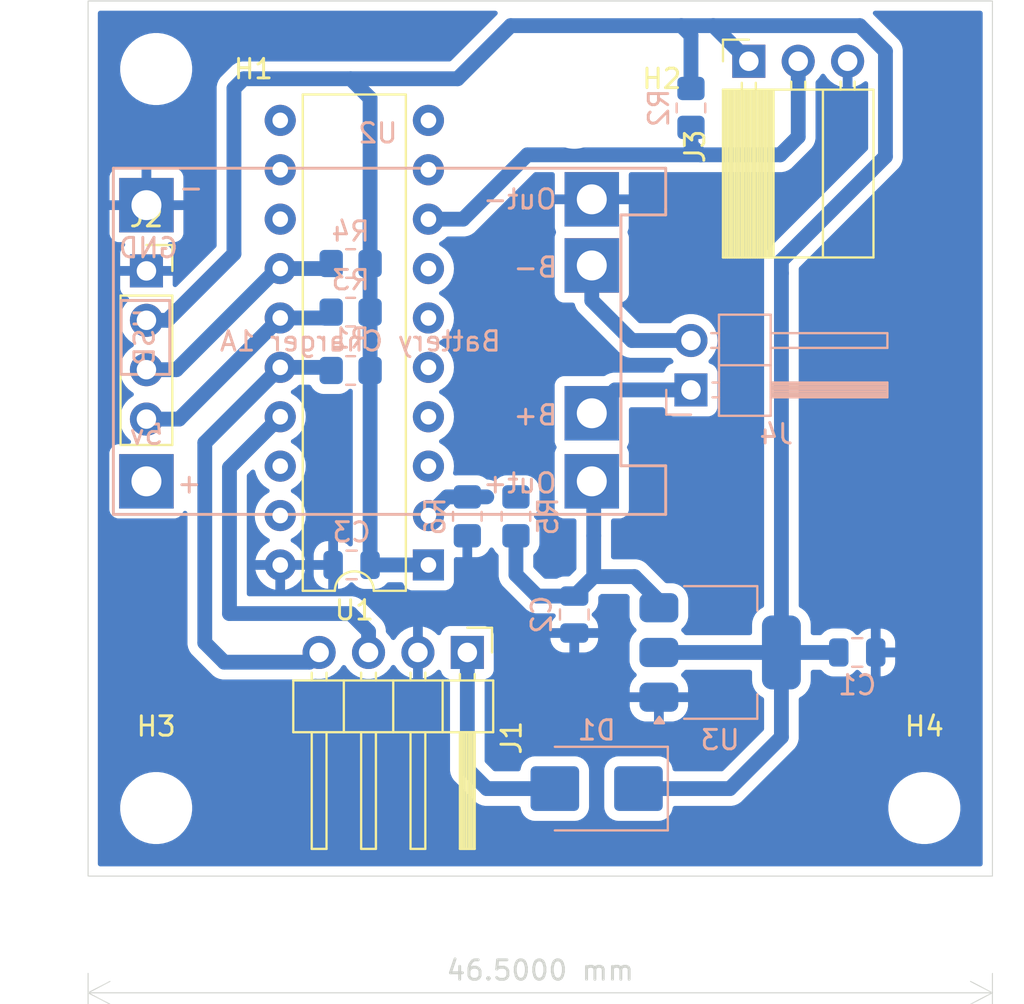
<source format=kicad_pcb>
(kicad_pcb (version 20240108) (generator "pcbnew") (generator_version "8.0")
  (layers (0 "F.Cu" signal) (31 "B.Cu" signal) (34 "B.Paste" user) (35 "F.Paste" user) (36 "B.SilkS" user "B.Silkscreen") (37 "F.SilkS" user "F.Silkscreen") (38 "B.Mask" user) (39 "F.Mask" user) (44 "Edge.Cuts" user))
  (net 0 "")
  (net 1 "+3.3V")
  (net 2 "Net-(D1-A)")
  (net 3 "SBWTDIO")
  (net 4 "SBWTCK")
  (net 5 "GND")
  (net 6 "ONE_WIRE_BUS")
  (net 7 "SDA")
  (net 8 "SCL")
  (net 9 "+BATT")
  (net 13 "BAT_VOLTAGE")
  (net 24 "Net-(J4-Pin_1)")
  (net 25 "Net-(J4-Pin_2)")
  (footprint "MountingHole:MountingHole_3.2mm_M3" (layer "F.Cu") (at 199.5 97)
    (property "Reference" "H4" (at 0 -4.2 0) (layer "F.SilkS"))
    (property "Value" "MountingHole")
    (pad "" np_thru_hole circle (at 0 0) (size 3.2 3.2) (drill 3.2) (layers "*.Cu" "*.Mask"))
  )
  (footprint "MountingHole:MountingHole_3.2mm_M3" (layer "F.Cu") (at 160 59)
    (property "Reference" "H1" (at 5 0 0) (layer "F.SilkS"))
    (property "Value" "MountingHole")
    (pad "" np_thru_hole circle (at 0 0) (size 3.2 3.2) (drill 3.2) (layers "*.Cu" "*.Mask"))
  )
  (footprint "MountingHole:MountingHole_3.2mm_M3" (layer "F.Cu") (at 181.5 61.5)
    (property "Reference" "H2" (at 4.5 -2 0) (layer "F.SilkS"))
    (property "Value" "MountingHole")
    (pad "" np_thru_hole circle (at 0 0) (size 3.2 3.2) (drill 3.2) (layers "*.Cu" "*.Mask"))
  )
  (footprint "MountingHole:MountingHole_3.2mm_M3" (layer "F.Cu") (at 160 97)
    (property "Reference" "H3" (at 0 -4.2 0) (layer "F.SilkS"))
    (property "Value" "MountingHole")
    (pad "" np_thru_hole circle (at 0 0) (size 3.2 3.2) (drill 3.2) (layers "*.Cu" "*.Mask"))
  )
  (footprint "Connector_PinHeader_2.54mm:PinHeader_1x04_P2.54mm_Horizontal" (layer "F.Cu") (at 176 89 -90)
    (property "Reference" "J1" (at 4.385 -2.27 -90) (layer "F.SilkS"))
    (property "Value" "Conn_01x04_Pin")
    (fp_line (start 1.44 8.95) (end 4.1 8.95) (stroke (width 0.12)) (layer "F.SilkS"))
    (fp_line (start 4.1 8.95) (end 4.1 -1.33) (stroke (width 0.12)) (layer "F.SilkS"))
    (fp_line (start 1.042929 8) (end 1.44 8) (stroke (width 0.12)) (layer "F.SilkS"))
    (fp_line (start 10.1 8) (end 4.1 8) (stroke (width 0.12)) (layer "F.SilkS"))
    (fp_line (start 1.042929 7.24) (end 1.44 7.24) (stroke (width 0.12)) (layer "F.SilkS"))
    (fp_line (start 4.1 7.24) (end 10.1 7.24) (stroke (width 0.12)) (layer "F.SilkS"))
    (fp_line (start 10.1 7.24) (end 10.1 8) (stroke (width 0.12)) (layer "F.SilkS"))
    (fp_line (start 1.44 6.35) (end 4.1 6.35) (stroke (width 0.12)) (layer "F.SilkS"))
    (fp_line (start 1.042929 5.46) (end 1.44 5.46) (stroke (width 0.12)) (layer "F.SilkS"))
    (fp_line (start 10.1 5.46) (end 4.1 5.46) (stroke (width 0.12)) (layer "F.SilkS"))
    (fp_line (start 1.042929 4.7) (end 1.44 4.7) (stroke (width 0.12)) (layer "F.SilkS"))
    (fp_line (start 4.1 4.7) (end 10.1 4.7) (stroke (width 0.12)) (layer "F.SilkS"))
    (fp_line (start 10.1 4.7) (end 10.1 5.46) (stroke (width 0.12)) (layer "F.SilkS"))
    (fp_line (start 1.44 3.81) (end 4.1 3.81) (stroke (width 0.12)) (layer "F.SilkS"))
    (fp_line (start 1.042929 2.92) (end 1.44 2.92) (stroke (width 0.12)) (layer "F.SilkS"))
    (fp_line (start 10.1 2.92) (end 4.1 2.92) (stroke (width 0.12)) (layer "F.SilkS"))
    (fp_line (start 1.042929 2.16) (end 1.44 2.16) (stroke (width 0.12)) (layer "F.SilkS"))
    (fp_line (start 4.1 2.16) (end 10.1 2.16) (stroke (width 0.12)) (layer "F.SilkS"))
    (fp_line (start 10.1 2.16) (end 10.1 2.92) (stroke (width 0.12)) (layer "F.SilkS"))
    (fp_line (start 1.44 1.27) (end 4.1 1.27) (stroke (width 0.12)) (layer "F.SilkS"))
    (fp_line (start 1.11 0.38) (end 1.44 0.38) (stroke (width 0.12)) (layer "F.SilkS"))
    (fp_line (start 10.1 0.38) (end 4.1 0.38) (stroke (width 0.12)) (layer "F.SilkS"))
    (fp_line (start 4.1 0.28) (end 10.1 0.28) (stroke (width 0.12)) (layer "F.SilkS"))
    (fp_line (start 4.1 0.16) (end 10.1 0.16) (stroke (width 0.12)) (layer "F.SilkS"))
    (fp_line (start 4.1 0.04) (end 10.1 0.04) (stroke (width 0.12)) (layer "F.SilkS"))
    (fp_line (start -1.27 0) (end -1.27 -1.27) (stroke (width 0.12)) (layer "F.SilkS"))
    (fp_line (start 4.1 -0.08) (end 10.1 -0.08) (stroke (width 0.12)) (layer "F.SilkS"))
    (fp_line (start 4.1 -0.2) (end 10.1 -0.2) (stroke (width 0.12)) (layer "F.SilkS"))
    (fp_line (start 4.1 -0.32) (end 10.1 -0.32) (stroke (width 0.12)) (layer "F.SilkS"))
    (fp_line (start 1.11 -0.38) (end 1.44 -0.38) (stroke (width 0.12)) (layer "F.SilkS"))
    (fp_line (start 4.1 -0.38) (end 10.1 -0.38) (stroke (width 0.12)) (layer "F.SilkS"))
    (fp_line (start 10.1 -0.38) (end 10.1 0.38) (stroke (width 0.12)) (layer "F.SilkS"))
    (fp_line (start -1.27 -1.27) (end 0 -1.27) (stroke (width 0.12)) (layer "F.SilkS"))
    (fp_line (start 1.44 -1.33) (end 1.44 8.95) (stroke (width 0.12)) (layer "F.SilkS"))
    (fp_line (start 4.1 -1.33) (end 1.44 -1.33) (stroke (width 0.12)) (layer "F.SilkS"))
    (pad "1" thru_hole rect (at 0 0 270) (size 1.7 1.7) (drill 1) (layers "*.Cu" "*.Mask") (net 2 "Net-(D1-A)"))
    (pad "2" thru_hole oval (at 0 2.54 270) (size 1.7 1.7) (drill 1) (layers "*.Cu" "*.Mask") (net 5 "GND"))
    (pad "3" thru_hole oval (at 0 5.08 270) (size 1.7 1.7) (drill 1) (layers "*.Cu" "*.Mask") (net 4 "SBWTCK"))
    (pad "4" thru_hole oval (at 0 7.62 270) (size 1.7 1.7) (drill 1) (layers "*.Cu" "*.Mask") (net 3 "SBWTDIO"))
  )
  (footprint "Connector_PinSocket_2.54mm:PinSocket_1x04_P2.54mm_Vertical" (layer "F.Cu") (at 159.5 69.38)
    (property "Reference" "J2" (at 0 -2.77 0) (layer "F.SilkS"))
    (property "Value" "Conn_01x04_Socket")
    (fp_line (start -1.33 1.27) (end -1.33 8.95) (stroke (width 0.12)) (layer "F.SilkS"))
    (fp_line (start -1.33 1.27) (end 1.33 1.27) (stroke (width 0.12)) (layer "F.SilkS"))
    (fp_line (start -1.33 8.95) (end 1.33 8.95) (stroke (width 0.12)) (layer "F.SilkS"))
    (fp_line (start 0 -1.33) (end 1.33 -1.33) (stroke (width 0.12)) (layer "F.SilkS"))
    (fp_line (start 1.33 -1.33) (end 1.33 0) (stroke (width 0.12)) (layer "F.SilkS"))
    (fp_line (start 1.33 1.27) (end 1.33 8.95) (stroke (width 0.12)) (layer "F.SilkS"))
    (pad "1" thru_hole rect (at 0 0) (size 1.7 1.7) (drill 1) (layers "*.Cu" "*.Mask") (net 5 "GND"))
    (pad "2" thru_hole oval (at 0 2.54) (size 1.7 1.7) (drill 1) (layers "*.Cu" "*.Mask") (net 1 "+3.3V"))
    (pad "3" thru_hole oval (at 0 5.08) (size 1.7 1.7) (drill 1) (layers "*.Cu" "*.Mask") (net 8 "SCL"))
    (pad "4" thru_hole oval (at 0 7.62) (size 1.7 1.7) (drill 1) (layers "*.Cu" "*.Mask") (net 7 "SDA"))
  )
  (footprint "Connector_PinSocket_2.54mm:PinSocket_1x03_P2.54mm_Horizontal" (layer "F.Cu") (at 190.475 58.6 90)
    (property "Reference" "J3" (at -4.38 -2.77 90) (layer "F.SilkS"))
    (property "Value" "Conn_01x03_Socket")
    (fp_line (start 1.11 -1.33) (end 1.11 0) (stroke (width 0.12)) (layer "F.SilkS"))
    (fp_line (start 0 -1.33) (end 1.11 -1.33) (stroke (width 0.12)) (layer "F.SilkS"))
    (fp_line (start -1.46 -1.33) (end -1.46 6.41) (stroke (width 0.12)) (layer "F.SilkS"))
    (fp_line (start -10.09 -1.33) (end -1.46 -1.33) (stroke (width 0.12)) (layer "F.SilkS"))
    (fp_line (start -10.09 -1.33) (end -10.09 6.41) (stroke (width 0.12)) (layer "F.SilkS"))
    (fp_line (start -10.09 -1.21) (end -1.46 -1.21) (stroke (width 0.12)) (layer "F.SilkS"))
    (fp_line (start -10.09 -1.091905) (end -1.46 -1.091905) (stroke (width 0.12)) (layer "F.SilkS"))
    (fp_line (start -10.09 -0.97381) (end -1.46 -0.97381) (stroke (width 0.12)) (layer "F.SilkS"))
    (fp_line (start -10.09 -0.855715) (end -1.46 -0.855715) (stroke (width 0.12)) (layer "F.SilkS"))
    (fp_line (start -10.09 -0.73762) (end -1.46 -0.73762) (stroke (width 0.12)) (layer "F.SilkS"))
    (fp_line (start -10.09 -0.619525) (end -1.46 -0.619525) (stroke (width 0.12)) (layer "F.SilkS"))
    (fp_line (start -10.09 -0.50143) (end -1.46 -0.50143) (stroke (width 0.12)) (layer "F.SilkS"))
    (fp_line (start -10.09 -0.383335) (end -1.46 -0.383335) (stroke (width 0.12)) (layer "F.SilkS"))
    (fp_line (start -1.46 -0.36) (end -1.11 -0.36) (stroke (width 0.12)) (layer "F.SilkS"))
    (fp_line (start -10.09 -0.26524) (end -1.46 -0.26524) (stroke (width 0.12)) (layer "F.SilkS"))
    (fp_line (start -10.09 -0.147145) (end -1.46 -0.147145) (stroke (width 0.12)) (layer "F.SilkS"))
    (fp_line (start -10.09 -0.02905) (end -1.46 -0.02905) (stroke (width 0.12)) (layer "F.SilkS"))
    (fp_line (start -10.09 0.089045) (end -1.46 0.089045) (stroke (width 0.12)) (layer "F.SilkS"))
    (fp_line (start -10.09 0.20714) (end -1.46 0.20714) (stroke (width 0.12)) (layer "F.SilkS"))
    (fp_line (start -10.09 0.325235) (end -1.46 0.325235) (stroke (width 0.12)) (layer "F.SilkS"))
    (fp_line (start -1.46 0.36) (end -1.11 0.36) (stroke (width 0.12)) (layer "F.SilkS"))
    (fp_line (start -10.09 0.44333) (end -1.46 0.44333) (stroke (width 0.12)) (layer "F.SilkS"))
    (fp_line (start -10.09 0.561425) (end -1.46 0.561425) (stroke (width 0.12)) (layer "F.SilkS"))
    (fp_line (start -10.09 0.67952) (end -1.46 0.67952) (stroke (width 0.12)) (layer "F.SilkS"))
    (fp_line (start -10.09 0.797615) (end -1.46 0.797615) (stroke (width 0.12)) (layer "F.SilkS"))
    (fp_line (start -10.09 0.91571) (end -1.46 0.91571) (stroke (width 0.12)) (layer "F.SilkS"))
    (fp_line (start -10.09 1.033805) (end -1.46 1.033805) (stroke (width 0.12)) (layer "F.SilkS"))
    (fp_line (start -10.09 1.1519) (end -1.46 1.1519) (stroke (width 0.12)) (layer "F.SilkS"))
    (fp_line (start -10.09 1.27) (end -1.46 1.27) (stroke (width 0.12)) (layer "F.SilkS"))
    (fp_line (start -1.46 2.18) (end -1.05 2.18) (stroke (width 0.12)) (layer "F.SilkS"))
    (fp_line (start -1.46 2.9) (end -1.05 2.9) (stroke (width 0.12)) (layer "F.SilkS"))
    (fp_line (start -10.09 3.81) (end -1.46 3.81) (stroke (width 0.12)) (layer "F.SilkS"))
    (fp_line (start -1.46 4.72) (end -1.05 4.72) (stroke (width 0.12)) (layer "F.SilkS"))
    (fp_line (start -1.46 5.44) (end -1.05 5.44) (stroke (width 0.12)) (layer "F.SilkS"))
    (fp_line (start -10.09 6.41) (end -1.46 6.41) (stroke (width 0.12)) (layer "F.SilkS"))
    (pad "1" thru_hole rect (at 0 0 90) (size 1.7 1.7) (drill 1) (layers "*.Cu" "*.Mask") (net 1 "+3.3V"))
    (pad "2" thru_hole oval (at 0 2.54 90) (size 1.7 1.7) (drill 1) (layers "*.Cu" "*.Mask") (net 6 "ONE_WIRE_BUS"))
    (pad "3" thru_hole oval (at 0 5.08 90) (size 1.7 1.7) (drill 1) (layers "*.Cu" "*.Mask") (net 5 "GND"))
  )
  (footprint "Package_DIP:DIP-20_W7.62mm" (layer "F.Cu") (at 174 84.5 180)
    (property "Reference" "U1" (at 3.81 -2.33 0) (layer "F.SilkS"))
    (property "Value" "MSP430G2553IN20")
    (fp_line (start 6.46 24.19) (end 6.46 -1.33) (stroke (width 0.12)) (layer "F.SilkS"))
    (fp_line (start 6.46 -1.33) (end 4.81 -1.33) (stroke (width 0.12)) (layer "F.SilkS"))
    (fp_line (start 2.81 -1.33) (end 1.16 -1.33) (stroke (width 0.12)) (layer "F.SilkS"))
    (fp_line (start 1.16 24.19) (end 6.46 24.19) (stroke (width 0.12)) (layer "F.SilkS"))
    (fp_line (start 1.16 -1.33) (end 1.16 24.19) (stroke (width 0.12)) (layer "F.SilkS"))
    (fp_arc (start 4.81 -1.33) (mid 3.81 -0.33) (end 2.81 -1.33) (stroke (width 0.12)) (layer "F.SilkS"))
    (pad "1" thru_hole rect (at 0 0 180) (size 1.6 1.6) (drill 0.8) (layers "*.Cu" "*.Mask") (net 1 "+3.3V"))
    (pad "2" thru_hole oval (at 0 2.54 180) (size 1.6 1.6) (drill 0.8) (layers "*.Cu" "*.Mask") (net 13 "BAT_VOLTAGE"))
    (pad "3" thru_hole oval (at 0 5.08 180) (size 1.6 1.6) (drill 0.8) (layers "*.Cu" "*.Mask"))
    (pad "4" thru_hole oval (at 0 7.62 180) (size 1.6 1.6) (drill 0.8) (layers "*.Cu" "*.Mask"))
    (pad "5" thru_hole oval (at 0 10.16 180) (size 1.6 1.6) (drill 0.8) (layers "*.Cu" "*.Mask"))
    (pad "6" thru_hole oval (at 0 12.7 180) (size 1.6 1.6) (drill 0.8) (layers "*.Cu" "*.Mask"))
    (pad "7" thru_hole oval (at 0 15.24 180) (size 1.6 1.6) (drill 0.8) (layers "*.Cu" "*.Mask"))
    (pad "8" thru_hole oval (at 0 17.78 180) (size 1.6 1.6) (drill 0.8) (layers "*.Cu" "*.Mask") (net 6 "ONE_WIRE_BUS"))
    (pad "9" thru_hole oval (at 0 20.32 180) (size 1.6 1.6) (drill 0.8) (layers "*.Cu" "*.Mask"))
    (pad "10" thru_hole oval (at 0 22.86 180) (size 1.6 1.6) (drill 0.8) (layers "*.Cu" "*.Mask"))
    (pad "11" thru_hole oval (at 7.62 22.86 180) (size 1.6 1.6) (drill 0.8) (layers "*.Cu" "*.Mask"))
    (pad "12" thru_hole oval (at 7.62 20.32 180) (size 1.6 1.6) (drill 0.8) (layers "*.Cu" "*.Mask"))
    (pad "13" thru_hole oval (at 7.62 17.78 180) (size 1.6 1.6) (drill 0.8) (layers "*.Cu" "*.Mask"))
    (pad "14" thru_hole oval (at 7.62 15.24 180) (size 1.6 1.6) (drill 0.8) (layers "*.Cu" "*.Mask") (net 8 "SCL"))
    (pad "15" thru_hole oval (at 7.62 12.7 180) (size 1.6 1.6) (drill 0.8) (layers "*.Cu" "*.Mask") (net 7 "SDA"))
    (pad "16" thru_hole oval (at 7.62 10.16 180) (size 1.6 1.6) (drill 0.8) (layers "*.Cu" "*.Mask") (net 3 "SBWTDIO"))
    (pad "17" thru_hole oval (at 7.62 7.62 180) (size 1.6 1.6) (drill 0.8) (layers "*.Cu" "*.Mask") (net 4 "SBWTCK"))
    (pad "18" thru_hole oval (at 7.62 5.08 180) (size 1.6 1.6) (drill 0.8) (layers "*.Cu" "*.Mask"))
    (pad "19" thru_hole oval (at 7.62 2.54 180) (size 1.6 1.6) (drill 0.8) (layers "*.Cu" "*.Mask"))
    (pad "20" thru_hole oval (at 7.62 0 180) (size 1.6 1.6) (drill 0.8) (layers "*.Cu" "*.Mask") (net 5 "GND"))
  )
  (footprint "Resistor_SMD:R_0805_2012Metric_Pad1.20x1.40mm_HandSolder" (layer "B.Cu") (at 170 71.5 180)
    (property "Reference" "R3" (at 0 1.65 0) (layer "B.SilkS") (effects (justify mirror)))
    (property "Value" "4K7")
    (fp_line (start 0.227064 0.735) (end -0.227064 0.735) (stroke (width 0.12)) (layer "B.SilkS"))
    (fp_line (start 0.227064 -0.735) (end -0.227064 -0.735) (stroke (width 0.12)) (layer "B.SilkS"))
    (pad "1" smd roundrect (at -1 0 180) (size 1.2 1.4) (layers "B.Cu" "B.Paste" "B.Mask") (roundrect_rratio 0.208333) (net 1 "+3.3V"))
    (pad "2" smd roundrect (at 1 0 180) (size 1.2 1.4) (layers "B.Cu" "B.Paste" "B.Mask") (roundrect_rratio 0.208333) (net 7 "SDA"))
  )
  (footprint "Capacitor_SMD:C_0805_2012Metric" (layer "B.Cu") (at 196.05 89)
    (property "Reference" "C1" (at 0 1.68 360) (layer "B.SilkS") (effects (justify mirror)))
    (property "Value" "10uF")
    (fp_line (start 0.261252 -0.735) (end -0.261252 -0.735) (stroke (width 0.12)) (layer "B.SilkS"))
    (fp_line (start 0.261252 0.735) (end -0.261252 0.735) (stroke (width 0.12)) (layer "B.SilkS"))
    (pad "1" smd roundrect (at -0.95 0) (size 1 1.45) (layers "B.Cu" "B.Paste" "B.Mask") (net 1 "+3.3V"))
    (pad "2" smd roundrect (at 0.95 0) (size 1 1.45) (layers "B.Cu" "B.Paste" "B.Mask") (net 5 "GND"))
  )
  (footprint "Capacitor_SMD:C_0805_2012Metric" (layer "B.Cu") (at 170.05 84.5 180)
    (property "Reference" "C3" (at 0 1.68 0) (layer "B.SilkS") (effects (justify mirror)))
    (property "Value" "100n")
    (fp_line (start 0.261252 0.735) (end -0.261252 0.735) (stroke (width 0.12)) (layer "B.SilkS"))
    (fp_line (start 0.261252 -0.735) (end -0.261252 -0.735) (stroke (width 0.12)) (layer "B.SilkS"))
    (pad "1" smd roundrect (at -0.95 0 180) (size 1 1.45) (layers "B.Cu" "B.Paste" "B.Mask") (net 1 "+3.3V"))
    (pad "2" smd roundrect (at 0.95 0 180) (size 1 1.45) (layers "B.Cu" "B.Paste" "B.Mask") (net 5 "GND"))
  )
  (footprint "Resistor_SMD:R_0805_2012Metric_Pad1.20x1.40mm_HandSolder" (layer "B.Cu") (at 170 74.5 180)
    (property "Reference" "R1" (at 0 1.65 0) (layer "B.SilkS") (effects (justify mirror)))
    (property "Value" "47k")
    (fp_line (start 0.227064 0.735) (end -0.227064 0.735) (stroke (width 0.12)) (layer "B.SilkS"))
    (fp_line (start 0.227064 -0.735) (end -0.227064 -0.735) (stroke (width 0.12)) (layer "B.SilkS"))
    (pad "1" smd roundrect (at -1 0 180) (size 1.2 1.4) (layers "B.Cu" "B.Paste" "B.Mask") (roundrect_rratio 0.208333) (net 1 "+3.3V"))
    (pad "2" smd roundrect (at 1 0 180) (size 1.2 1.4) (layers "B.Cu" "B.Paste" "B.Mask") (roundrect_rratio 0.208333) (net 3 "SBWTDIO"))
  )
  (footprint "Capacitor_SMD:C_0805_2012Metric" (layer "B.Cu") (at 181.5 87.05 -90)
    (property "Reference" "C2" (at 0 1.68 90) (layer "B.SilkS") (effects (justify mirror)))
    (property "Value" "10uF")
    (fp_line (start 0.261252 0.735) (end -0.261252 0.735) (stroke (width 0.12)) (layer "B.SilkS"))
    (fp_line (start 0.261252 -0.735) (end -0.261252 -0.735) (stroke (width 0.12)) (layer "B.SilkS"))
    (pad "1" smd roundrect (at -0.95 0 270) (size 1 1.45) (layers "B.Cu" "B.Paste" "B.Mask") (net 9 "+BATT"))
    (pad "2" smd roundrect (at 0.95 0 270) (size 1 1.45) (layers "B.Cu" "B.Paste" "B.Mask") (net 5 "GND"))
  )
  (footprint "tp4056:TP4056-18650" (layer "B.Cu") (at 157.8 81.9)
    (property "Reference" "U2" (at 13.6 -19.6 0) (layer "B.SilkS") (effects (justify mirror)))
    (property "Value" "~")
    (fp_line (start 0 -17.8) (end 28.4 -17.8) (stroke (width 0.15)) (layer "B.SilkS"))
    (fp_line (start 0 0) (end 0 -17.8) (stroke (width 0.15)) (layer "B.SilkS"))
    (fp_line (start 0.4 -11) (end 2.9 -11) (stroke (width 0.15)) (layer "B.SilkS"))
    (fp_line (start 0.4 -7.3) (end 0.4 -11) (stroke (width 0.15)) (layer "B.SilkS"))
    (fp_line (start 2.9 -11) (end 2.9 -7.2) (stroke (width 0.15)) (layer "B.SilkS"))
    (fp_line (start 2.9 -7.2) (end 0.4 -7.2) (stroke (width 0.15)) (layer "B.SilkS"))
    (fp_line (start 26.1 -15.4) (end 26.1 -2.5) (stroke (width 0.15)) (layer "B.SilkS"))
    (fp_line (start 26.1 -2.5) (end 28.4 -2.5) (stroke (width 0.15)) (layer "B.SilkS"))
    (fp_line (start 26.3 0) (end 0 0) (stroke (width 0.15)) (layer "B.SilkS"))
    (fp_line (start 26.4 -15.4) (end 26.1 -15.4) (stroke (width 0.15)) (layer "B.SilkS"))
    (fp_line (start 28.4 -17.8) (end 28.4 -15.7) (stroke (width 0.15)) (layer "B.SilkS"))
    (fp_line (start 28.4 -15.7) (end 28.4 -15.4) (stroke (width 0.15)) (layer "B.SilkS"))
    (fp_line (start 28.4 -15.4) (end 26.3 -15.4) (stroke (width 0.15)) (layer "B.SilkS"))
    (fp_line (start 28.4 -2.5) (end 28.4 0) (stroke (width 0.15)) (layer "B.SilkS"))
    (fp_line (start 28.4 0) (end 26.3 0) (stroke (width 0.15)) (layer "B.SilkS"))
    (fp_text user "Out-" (at 20.9 -16.2 0) (layer "B.SilkS") (effects (justify mirror)))
    (fp_text user "GND" (at 1.8 -13.7 0) (layer "B.SilkS") (effects (justify mirror)))
    (fp_text user "B+" (at 21.7 -5.1 0) (layer "B.SilkS") (effects (justify mirror)))
    (fp_text user "5v" (at 1.7 -4.1 0) (layer "B.SilkS") (effects (justify mirror)))
    (fp_text user "B-" (at 21.7 -12.7 0) (layer "B.SilkS") (effects (justify mirror)))
    (fp_text user "Out+" (at 20.9 -1.6 0) (layer "B.SilkS") (effects (justify mirror)))
    (fp_text user "Battery Charger 1A" (at 12.7 -8.9 0) (layer "B.SilkS") (effects (justify mirror)))
    (fp_text user "USB" (at 1.6 -9.1 90) (layer "B.SilkS") (effects (justify mirror)))
    (fp_text user "-" (at 4 -16.8 0) (layer "B.SilkS") (effects (justify mirror)))
    (fp_text user "+" (at 3.9 -1.6 0) (layer "B.SilkS") (effects (justify mirror)))
    (pad "1" thru_hole rect (at 1.7 -1.7) (size 2.8 2.8) (drill 1.54) (layers "*.Cu" "*.Mask"))
    (pad "2" thru_hole rect (at 1.7 -15.9) (size 2.8 2.8) (drill 1.54) (layers "*.Cu" "*.Mask") (net 5 "GND"))
    (pad "3" thru_hole rect (at 24.6 -1.7) (size 2.8 2.8) (drill 1.54) (layers "*.Cu" "*.Mask") (net 9 "+BATT"))
    (pad "4" thru_hole rect (at 24.6 -16.2) (size 2.8 2.8) (drill 1.54) (layers "*.Cu" "*.Mask") (net 5 "GND"))
    (pad "5" thru_hole rect (at 24.6 -5.2) (size 2.8 2.8) (drill 1.54) (layers "*.Cu" "*.Mask") (net 24 "Net-(J4-Pin_1)"))
    (pad "6" thru_hole rect (at 24.6 -12.8) (size 2.8 2.8) (drill 1.54) (layers "*.Cu" "*.Mask") (net 25 "Net-(J4-Pin_2)"))
  )
  (footprint "Package_TO_SOT_SMD:SOT-223-3_TabPin2" (layer "B.Cu") (at 189 89)
    (property "Reference" "U3" (at 0 4.5 0) (layer "B.SilkS") (effects (justify mirror)))
    (property "Value" "NCP1117-3.3_SOT223")
    (fp_line (start 1.91 -3.41) (end -1.85 -3.41) (stroke (width 0.12)) (layer "B.SilkS"))
    (fp_line (start 1.91 -2.15) (end 1.91 -3.41) (stroke (width 0.12)) (layer "B.SilkS"))
    (fp_line (start 1.91 2.15) (end 1.91 3.41) (stroke (width 0.12)) (layer "B.SilkS"))
    (fp_line (start 1.91 3.41) (end -1.85 3.41) (stroke (width 0.12)) (layer "B.SilkS"))
    (fp_poly (pts (xy -3.13 3.31) (xy -3.37 3.64) (xy -2.89 3.64) (xy -3.13 3.31)) (stroke (width 0.12)) (fill solid) (layer "B.SilkS"))
    (pad "1" smd roundrect (at -3.15 2.3) (size 2 1.5) (layers "B.Cu" "B.Paste" "B.Mask") (net 5 "GND"))
    (pad "2" smd roundrect (at -3.15 0) (size 2 1.5) (layers "B.Cu" "B.Paste" "B.Mask") (net 1 "+3.3V"))
    (pad "2" smd roundrect (at 3.15 0) (size 2 3.8) (layers "B.Cu" "B.Paste" "B.Mask") (net 1 "+3.3V"))
    (pad "3" smd roundrect (at -3.15 -2.3) (size 2 1.5) (layers "B.Cu" "B.Paste" "B.Mask") (net 9 "+BATT"))
  )
  (footprint "Resistor_SMD:R_0805_2012Metric_Pad1.20x1.40mm_HandSolder" (layer "B.Cu") (at 176 82 -90)
    (property "Reference" "R6" (at 0 1.65 90) (layer "B.SilkS") (effects (justify mirror)))
    (property "Value" "4K7")
    (fp_line (start 0.227064 0.735) (end -0.227064 0.735) (stroke (width 0.12)) (layer "B.SilkS"))
    (fp_line (start 0.227064 -0.735) (end -0.227064 -0.735) (stroke (width 0.12)) (layer "B.SilkS"))
    (pad "1" smd roundrect (at -1 0 270) (size 1.2 1.4) (layers "B.Cu" "B.Paste" "B.Mask") (roundrect_rratio 0.208333) (net 13 "BAT_VOLTAGE"))
    (pad "2" smd roundrect (at 1 0 270) (size 1.2 1.4) (layers "B.Cu" "B.Paste" "B.Mask") (roundrect_rratio 0.208333) (net 5 "GND"))
  )
  (footprint "Resistor_SMD:R_0805_2012Metric_Pad1.20x1.40mm_HandSolder" (layer "B.Cu") (at 170 69 180)
    (property "Reference" "R4" (at 0 1.65 0) (layer "B.SilkS") (effects (justify mirror)))
    (property "Value" "4K7")
    (fp_line (start 0.227064 0.735) (end -0.227064 0.735) (stroke (width 0.12)) (layer "B.SilkS"))
    (fp_line (start 0.227064 -0.735) (end -0.227064 -0.735) (stroke (width 0.12)) (layer "B.SilkS"))
    (pad "1" smd roundrect (at -1 0 180) (size 1.2 1.4) (layers "B.Cu" "B.Paste" "B.Mask") (roundrect_rratio 0.208333) (net 1 "+3.3V"))
    (pad "2" smd roundrect (at 1 0 180) (size 1.2 1.4) (layers "B.Cu" "B.Paste" "B.Mask") (roundrect_rratio 0.208333) (net 8 "SCL"))
  )
  (footprint "Connector_PinHeader_2.54mm:PinHeader_1x02_P2.54mm_Horizontal" (layer "B.Cu") (at 187.5 75.5)
    (property "Reference" "J4" (at 4.385 2.27 180) (layer "B.SilkS") (effects (justify mirror)))
    (property "Value" "Conn_01x02_Pin")
    (fp_line (start -1.27 1.27) (end -1.27 0) (stroke (width 0.12)) (layer "B.SilkS"))
    (fp_line (start 0 1.27) (end -1.27 1.27) (stroke (width 0.12)) (layer "B.SilkS"))
    (fp_line (start 1.44 -3.87) (end 1.44 1.33) (stroke (width 0.12)) (layer "B.SilkS"))
    (fp_line (start 1.44 -2.92) (end 1.042929 -2.92) (stroke (width 0.12)) (layer "B.SilkS"))
    (fp_line (start 1.44 -2.16) (end 1.042929 -2.16) (stroke (width 0.12)) (layer "B.SilkS"))
    (fp_line (start 1.44 -0.38) (end 1.11 -0.38) (stroke (width 0.12)) (layer "B.SilkS"))
    (fp_line (start 1.44 0.38) (end 1.11 0.38) (stroke (width 0.12)) (layer "B.SilkS"))
    (fp_line (start 1.44 1.33) (end 4.1 1.33) (stroke (width 0.12)) (layer "B.SilkS"))
    (fp_line (start 4.1 -3.87) (end 1.44 -3.87) (stroke (width 0.12)) (layer "B.SilkS"))
    (fp_line (start 4.1 -2.92) (end 10.1 -2.92) (stroke (width 0.12)) (layer "B.SilkS"))
    (fp_line (start 4.1 -1.27) (end 1.44 -1.27) (stroke (width 0.12)) (layer "B.SilkS"))
    (fp_line (start 4.1 -0.38) (end 10.1 -0.38) (stroke (width 0.12)) (layer "B.SilkS"))
    (fp_line (start 4.1 1.33) (end 4.1 -3.87) (stroke (width 0.12)) (layer "B.SilkS"))
    (fp_line (start 10.1 -2.92) (end 10.1 -2.16) (stroke (width 0.12)) (layer "B.SilkS"))
    (fp_line (start 10.1 -2.16) (end 4.1 -2.16) (stroke (width 0.12)) (layer "B.SilkS"))
    (fp_line (start 10.1 -0.38) (end 10.1 0.38) (stroke (width 0.12)) (layer "B.SilkS"))
    (fp_line (start 10.1 -0.28) (end 4.1 -0.28) (stroke (width 0.12)) (layer "B.SilkS"))
    (fp_line (start 10.1 -0.16) (end 4.1 -0.16) (stroke (width 0.12)) (layer "B.SilkS"))
    (fp_line (start 10.1 -0.04) (end 4.1 -0.04) (stroke (width 0.12)) (layer "B.SilkS"))
    (fp_line (start 10.1 0.08) (end 4.1 0.08) (stroke (width 0.12)) (layer "B.SilkS"))
    (fp_line (start 10.1 0.2) (end 4.1 0.2) (stroke (width 0.12)) (layer "B.SilkS"))
    (fp_line (start 10.1 0.32) (end 4.1 0.32) (stroke (width 0.12)) (layer "B.SilkS"))
    (fp_line (start 10.1 0.38) (end 4.1 0.38) (stroke (width 0.12)) (layer "B.SilkS"))
    (pad "1" thru_hole rect (at 0 0) (size 1.7 1.7) (drill 1) (layers "*.Cu" "*.Mask") (net 24 "Net-(J4-Pin_1)"))
    (pad "2" thru_hole oval (at 0 -2.54) (size 1.7 1.7) (drill 1) (layers "*.Cu" "*.Mask") (net 25 "Net-(J4-Pin_2)"))
  )
  (footprint "Resistor_SMD:R_0805_2012Metric_Pad1.20x1.40mm_HandSolder" (layer "B.Cu") (at 178.5 82 90)
    (property "Reference" "R5" (at 0 1.65 90) (layer "B.SilkS") (effects (justify mirror)))
    (property "Value" "4K7")
    (fp_line (start 0.227064 -0.735) (end -0.227064 -0.735) (stroke (width 0.12)) (layer "B.SilkS"))
    (fp_line (start 0.227064 0.735) (end -0.227064 0.735) (stroke (width 0.12)) (layer "B.SilkS"))
    (pad "1" smd roundrect (at -1 0 90) (size 1.2 1.4) (layers "B.Cu" "B.Paste" "B.Mask") (roundrect_rratio 0.208333) (net 9 "+BATT"))
    (pad "2" smd roundrect (at 1 0 90) (size 1.2 1.4) (layers "B.Cu" "B.Paste" "B.Mask") (roundrect_rratio 0.208333) (net 13 "BAT_VOLTAGE"))
  )
  (footprint "Diode_SMD:D_SMB" (layer "B.Cu") (at 182.65 96 180)
    (property "Reference" "D1" (at 0 3 360) (layer "B.SilkS") (effects (justify mirror)))
    (property "Value" "D_Schottky")
    (fp_line (start 2.15 2.15) (end -3.66 2.15) (stroke (width 0.12)) (layer "B.SilkS"))
    (fp_line (start 2.15 -2.15) (end -3.66 -2.15) (stroke (width 0.12)) (layer "B.SilkS"))
    (fp_line (start -3.66 -2.15) (end -3.66 2.15) (stroke (width 0.12)) (layer "B.SilkS"))
    (pad "1" smd roundrect (at -2.15 0 180) (size 2.5 2.3) (layers "B.Cu" "B.Paste" "B.Mask") (roundrect_rratio 0.1086956522) (net 1 "+3.3V"))
    (pad "2" smd roundrect (at 2.15 0 180) (size 2.5 2.3) (layers "B.Cu" "B.Paste" "B.Mask") (roundrect_rratio 0.1086956522) (net 2 "Net-(D1-A)"))
  )
  (footprint "Resistor_SMD:R_0805_2012Metric_Pad1.20x1.40mm_HandSolder" (layer "B.Cu") (at 187.5 61 -90)
    (property "Reference" "R2" (at 0 1.65 90) (layer "B.SilkS") (effects (justify mirror)))
    (property "Value" "4K7")
    (fp_line (start 0.227064 0.735) (end -0.227064 0.735) (stroke (width 0.12)) (layer "B.SilkS"))
    (fp_line (start 0.227064 -0.735) (end -0.227064 -0.735) (stroke (width 0.12)) (layer "B.SilkS"))
    (pad "1" smd roundrect (at -1 0 270) (size 1.2 1.4) (layers "B.Cu" "B.Paste" "B.Mask") (roundrect_rratio 0.208333) (net 1 "+3.3V"))
    (pad "2" smd roundrect (at 1 0 270) (size 1.2 1.4) (layers "B.Cu" "B.Paste" "B.Mask") (roundrect_rratio 0.208333) (net 6 "ONE_WIRE_BUS"))
  )
  (gr_rect (start 156.5 55.5) (end 203 100.5) (stroke (width 0.05)) (fill none) (layer "Edge.Cuts"))
  (dimension (type aligned) (layer "Edge.Cuts") (pts (xy 156.5 105) (xy 203 105)) (height 1.5) (gr_text "46.5000 mm" (at 179.75 105.35 0) (layer "Edge.Cuts") (effects (font (size 1 1) (thickness 0.15)))) (format (prefix "") (suffix "") (units 3) (units_format 1) (precision 4)) (style (thickness 0.05) (arrow_length 1.27) (text_position_mode 0) (extension_height 0.58642) (extension_offset 0.5) keep_text_aligned))
  (segment (start 187.5 57.269) (end 187 56.769) (width 0.762) (layer "B.Cu") (net 1))
  (segment (start 164.5 59.5) (end 170 59.5) (width 0.762) (layer "B.Cu") (net 1))
  (segment (start 192.15 89) (end 192.15 69.5) (width 0.762) (layer "B.Cu") (net 1))
  (segment (start 197.5 58.085682) (end 197.5 63.5) (width 0.762) (layer "B.Cu") (net 1))
  (segment (start 164 60) (end 164.5 59.5) (width 0.762) (layer "B.Cu") (net 1))
  (segment (start 171 71.5) (end 171 69) (width 0.762) (layer "B.Cu") (net 1))
  (segment (start 189.5 96) (end 192.15 93.35) (width 0.762) (layer "B.Cu") (net 1))
  (segment (start 171 74.5) (end 171 71.5) (width 0.762) (layer "B.Cu") (net 1))
  (segment (start 195.1 89) (end 192.15 89) (width 0.762) (layer "B.Cu") (net 1))
  (segment (start 175.5 59.5) (end 178.231 56.769) (width 0.762) (layer "B.Cu") (net 1))
  (segment (start 160.58 71.92) (end 164 68.5) (width 0.762) (layer "B.Cu") (net 1))
  (segment (start 174 84.5) (end 171 84.5) (width 0.762) (layer "B.Cu") (net 1))
  (segment (start 197.5 63.5) (end 192.15 68.85) (width 0.762) (layer "B.Cu") (net 1))
  (segment (start 196.183318 56.769) (end 197.5 58.085682) (width 0.762) (layer "B.Cu") (net 1))
  (segment (start 170 59.5) (end 171 60.5) (width 0.762) (layer "B.Cu") (net 1))
  (segment (start 171 84.5) (end 171 74.5) (width 0.762) (layer "B.Cu") (net 1))
  (segment (start 171 60.5) (end 171 69) (width 0.762) (layer "B.Cu") (net 1))
  (segment (start 192.15 68.85) (end 192.15 69.5) (width 0.762) (layer "B.Cu") (net 1))
  (segment (start 187.5 60) (end 187.5 57.269) (width 0.762) (layer "B.Cu") (net 1))
  (segment (start 164 68.5) (end 164 60) (width 0.762) (layer "B.Cu") (net 1))
  (segment (start 188.644 56.769) (end 190.475 58.6) (width 0.762) (layer "B.Cu") (net 1))
  (segment (start 178.231 56.769) (end 187 56.769) (width 0.762) (layer "B.Cu") (net 1))
  (segment (start 159.5 71.92) (end 160.58 71.92) (width 0.762) (layer "B.Cu") (net 1))
  (segment (start 188.644 56.769) (end 196.183318 56.769) (width 0.762) (layer "B.Cu") (net 1))
  (segment (start 185.85 89) (end 192.15 89) (width 0.762) (layer "B.Cu") (net 1))
  (segment (start 184.8 96) (end 189.5 96) (width 0.762) (layer "B.Cu") (net 1))
  (segment (start 192.15 93.35) (end 192.15 89) (width 0.762) (layer "B.Cu") (net 1))
  (segment (start 170 59.5) (end 175.5 59.5) (width 0.762) (layer "B.Cu") (net 1))
  (segment (start 187 56.769) (end 188.644 56.769) (width 0.762) (layer "B.Cu") (net 1))
  (segment (start 176 95) (end 177 96) (width 0.762) (layer "B.Cu") (net 2))
  (segment (start 176 89) (end 176 95) (width 0.762) (layer "B.Cu") (net 2))
  (segment (start 177 96) (end 180.5 96) (width 0.762) (layer "B.Cu") (net 2))
  (segment (start 166.38 74.34) (end 162.5 78.22) (width 0.762) (layer "B.Cu") (net 3))
  (segment (start 162.5 88.5) (end 163.5 89.5) (width 0.762) (layer "B.Cu") (net 3))
  (segment (start 166.38 74.34) (end 168.84 74.34) (width 0.762) (layer "B.Cu") (net 3))
  (segment (start 163.5 89.5) (end 167.88 89.5) (width 0.762) (layer "B.Cu") (net 3))
  (segment (start 162.5 78.22) (end 162.5 88.5) (width 0.762) (layer "B.Cu") (net 3))
  (segment (start 167.88 89.5) (end 168.38 89) (width 0.762) (layer "B.Cu") (net 3))
  (segment (start 168.84 74.34) (end 169 74.5) (width 0.762) (layer "B.Cu") (net 3))
  (segment (start 170.92 87.92) (end 170.92 89) (width 0.762) (layer "B.Cu") (net 4))
  (segment (start 163.77 87) (end 170 87) (width 0.762) (layer "B.Cu") (net 4))
  (segment (start 166.38 76.88) (end 163.77 79.49) (width 0.762) (layer "B.Cu") (net 4))
  (segment (start 170 87) (end 170.92 87.92) (width 0.762) (layer "B.Cu") (net 4))
  (segment (start 163.77 79.49) (end 163.77 87) (width 0.762) (layer "B.Cu") (net 4))
  (segment (start 187.5 62) (end 187.5 62.911) (width 0.762) (layer "B.Cu") (net 6))
  (segment (start 192.089 63.411) (end 193.015 62.485) (width 0.762) (layer "B.Cu") (net 6))
  (segment (start 175.78 66.72) (end 179.089 63.411) (width 0.762) (layer "B.Cu") (net 6))
  (segment (start 187.5 62.911) (end 188 63.411) (width 0.762) (layer "B.Cu") (net 6))
  (segment (start 193.015 62.485) (end 193.015 58.6) (width 0.762) (layer "B.Cu") (net 6))
  (segment (start 188 63.411) (end 192.089 63.411) (width 0.762) (layer "B.Cu") (net 6))
  (segment (start 174 66.72) (end 175.78 66.72) (width 0.762) (layer "B.Cu") (net 6))
  (segment (start 179.089 63.411) (end 188 63.411) (width 0.762) (layer "B.Cu") (net 6))
  (segment (start 161.18 77) (end 159.5 77) (width 0.762) (layer "B.Cu") (net 7))
  (segment (start 166.38 71.8) (end 161.18 77) (width 0.762) (layer "B.Cu") (net 7))
  (segment (start 166.38 71.8) (end 168.7 71.8) (width 0.762) (layer "B.Cu") (net 7))
  (segment (start 168.7 71.8) (end 169 71.5) (width 0.762) (layer "B.Cu") (net 7))
  (segment (start 166.12 69) (end 166.38 69.26) (width 0.762) (layer "B.Cu") (net 8))
  (segment (start 168.74 69.26) (end 169 69) (width 0.762) (layer "B.Cu") (net 8))
  (segment (start 166.24 69.26) (end 161.04 74.46) (width 0.762) (layer "B.Cu") (net 8))
  (segment (start 166.38 69.26) (end 166.24 69.26) (width 0.762) (layer "B.Cu") (net 8))
  (segment (start 161.04 74.46) (end 159.5 74.46) (width 0.762) (layer "B.Cu") (net 8))
  (segment (start 166.38 69.26) (end 168.74 69.26) (width 0.762) (layer "B.Cu") (net 8))
  (segment (start 178.5 85) (end 179.6 86.1) (width 0.762) (layer "B.Cu") (net 9))
  (segment (start 185.85 86.35) (end 185.85 86.7) (width 0.762) (layer "B.Cu") (net 9))
  (segment (start 182.5 80.3) (end 182.4 80.2) (width 0.762) (layer "B.Cu") (net 9))
  (segment (start 184.6 85.1) (end 185.85 86.35) (width 0.762) (layer "B.Cu") (net 9))
  (segment (start 178.5 83) (end 178.5 85) (width 0.762) (layer "B.Cu") (net 9))
  (segment (start 181.5 86.1) (end 182.5 85.1) (width 0.762) (layer "B.Cu") (net 9))
  (segment (start 182.5 85.1) (end 182.5 83) (width 0.762) (layer "B.Cu") (net 9))
  (segment (start 179.6 86.1) (end 181.5 86.1) (width 0.762) (layer "B.Cu") (net 9))
  (segment (start 182.5 83) (end 182.5 80.3) (width 0.762) (layer "B.Cu") (net 9))
  (segment (start 182.5 85.1) (end 184.6 85.1) (width 0.762) (layer "B.Cu") (net 9))
  (segment (start 174 81.96) (end 174.96 81) (width 0.762) (layer "B.Cu") (net 13))
  (segment (start 174.96 81) (end 177 81) (width 0.762) (layer "B.Cu") (net 13))
  (segment (start 183.6 75.5) (end 182.4 76.7) (width 0.762) (layer "B.Cu") (net 24))
  (segment (start 187.5 75.5) (end 183.6 75.5) (width 0.762) (layer "B.Cu") (net 24))
  (segment (start 187.5 72.96) (end 184.46 72.96) (width 0.762) (layer "B.Cu") (net 25))
  (segment (start 184.46 72.96) (end 182.4 70.9) (width 0.762) (layer "B.Cu") (net 25))
  (segment (start 182.4 70.9) (end 182.4 69.1) (width 0.762) (layer "B.Cu") (net 25))
  (zone (net 5) (net_name "GND") (layer "B.Cu") (connect_pads (clearance 0.5)) (min_thickness 0.25) (fill yes (thermal_gap 0.5) (thermal_bridge_width 0.5))
    (polygon (pts (xy 156.5 55.5) (xy 203 55.5) (xy 203 100.5) (xy 156.5 100.5)))
  )
)
</source>
